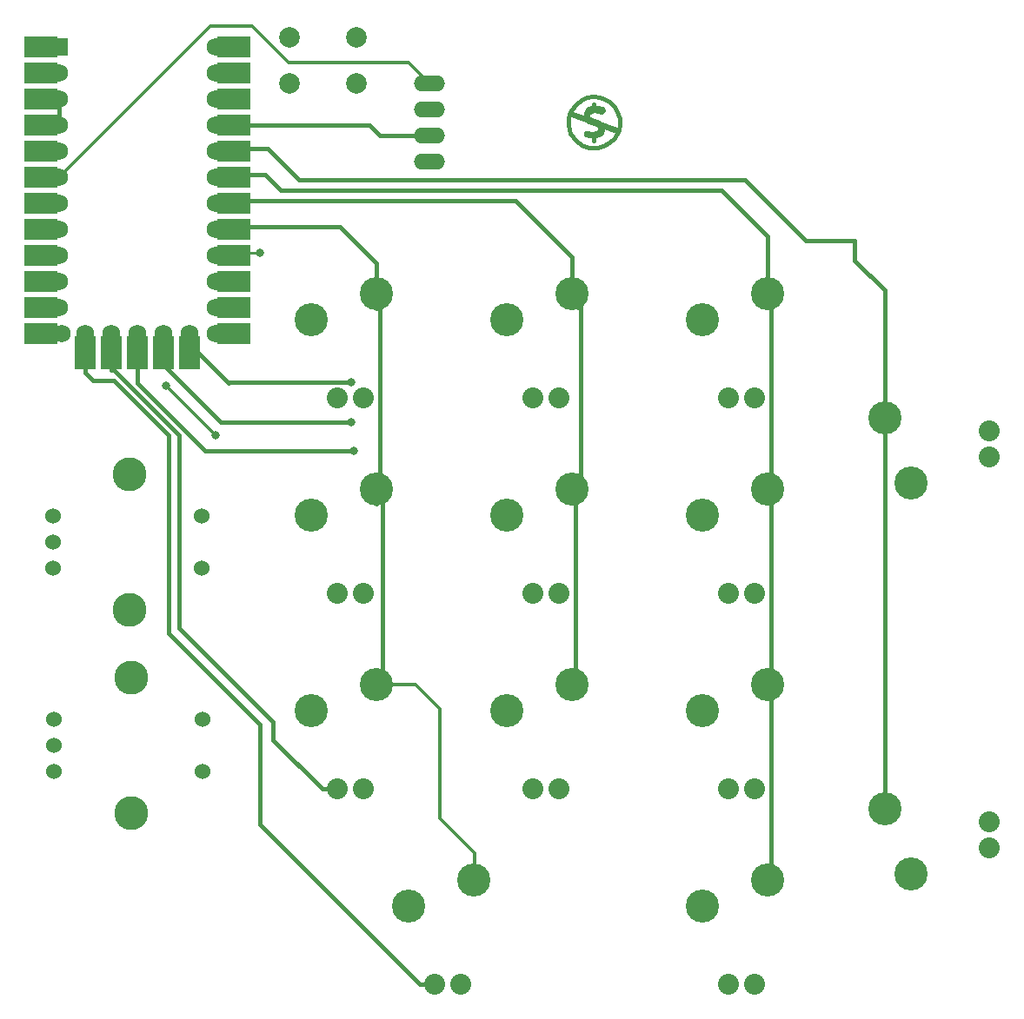
<source format=gtl>
G04 #@! TF.GenerationSoftware,KiCad,Pcbnew,(5.1.9)-1*
G04 #@! TF.CreationDate,2021-06-17T16:50:29+01:00*
G04 #@! TF.ProjectId,AutoPilot,4175746f-5069-46c6-9f74-2e6b69636164,0.3*
G04 #@! TF.SameCoordinates,Original*
G04 #@! TF.FileFunction,Copper,L1,Top*
G04 #@! TF.FilePolarity,Positive*
%FSLAX46Y46*%
G04 Gerber Fmt 4.6, Leading zero omitted, Abs format (unit mm)*
G04 Created by KiCad (PCBNEW (5.1.9)-1) date 2021-06-17 16:50:29*
%MOMM*%
%LPD*%
G01*
G04 APERTURE LIST*
G04 #@! TA.AperFunction,EtchedComponent*
%ADD10C,0.381000*%
G04 #@! TD*
G04 #@! TA.AperFunction,ComponentPad*
%ADD11C,1.524000*%
G04 #@! TD*
G04 #@! TA.AperFunction,ComponentPad*
%ADD12C,3.302000*%
G04 #@! TD*
G04 #@! TA.AperFunction,ComponentPad*
%ADD13C,2.032000*%
G04 #@! TD*
G04 #@! TA.AperFunction,ComponentPad*
%ADD14C,3.225800*%
G04 #@! TD*
G04 #@! TA.AperFunction,SMDPad,CuDef*
%ADD15R,2.000000X3.250000*%
G04 #@! TD*
G04 #@! TA.AperFunction,SMDPad,CuDef*
%ADD16R,3.250000X2.000000*%
G04 #@! TD*
G04 #@! TA.AperFunction,ComponentPad*
%ADD17C,1.752600*%
G04 #@! TD*
G04 #@! TA.AperFunction,ComponentPad*
%ADD18R,1.752600X1.752600*%
G04 #@! TD*
G04 #@! TA.AperFunction,ComponentPad*
%ADD19C,2.000000*%
G04 #@! TD*
G04 #@! TA.AperFunction,ComponentPad*
%ADD20O,3.048000X1.524000*%
G04 #@! TD*
G04 #@! TA.AperFunction,ViaPad*
%ADD21C,0.800000*%
G04 #@! TD*
G04 #@! TA.AperFunction,Conductor*
%ADD22C,0.406400*%
G04 #@! TD*
G04 #@! TA.AperFunction,Conductor*
%ADD23C,0.254000*%
G04 #@! TD*
G04 #@! TA.AperFunction,Conductor*
%ADD24C,0.304800*%
G04 #@! TD*
G04 APERTURE END LIST*
D10*
X132842000Y-65562480D02*
X132842000Y-66062860D01*
X132842000Y-66062860D02*
X132842000Y-65961260D01*
X132842000Y-62760860D02*
X132842000Y-62461140D01*
X130441700Y-63461900D02*
X135041640Y-65161160D01*
X130540760Y-63362840D02*
X135242300Y-65062100D01*
X133741160Y-63063120D02*
X133642100Y-62961520D01*
X133642100Y-62961520D02*
X133240780Y-62862460D01*
X133240780Y-62862460D02*
X132542280Y-62862460D01*
X132542280Y-62862460D02*
X132341620Y-62961520D01*
X132341620Y-62961520D02*
X132140960Y-63162180D01*
X132140960Y-63162180D02*
X132041900Y-63362840D01*
X132041900Y-63362840D02*
X132041900Y-63662560D01*
X132041900Y-63662560D02*
X132140960Y-63962280D01*
X132140960Y-63962280D02*
X132341620Y-64162940D01*
X132341620Y-64162940D02*
X133141720Y-64462660D01*
X133141720Y-64462660D02*
X133441440Y-64660780D01*
X133441440Y-64660780D02*
X133441440Y-65062100D01*
X133441440Y-65062100D02*
X133141720Y-65262760D01*
X133141720Y-65262760D02*
X132641340Y-65361820D01*
X132641340Y-65361820D02*
X132140960Y-65262760D01*
X132140960Y-65262760D02*
X132041900Y-65262760D01*
X132041900Y-65262760D02*
X132041900Y-65460880D01*
X132041900Y-65460880D02*
X132341620Y-65562480D01*
X132341620Y-65562480D02*
X133042660Y-65562480D01*
X133042660Y-65562480D02*
X133342380Y-65460880D01*
X133342380Y-65460880D02*
X133543040Y-65262760D01*
X133543040Y-65262760D02*
X133642100Y-65062100D01*
X133642100Y-65062100D02*
X133642100Y-64762380D01*
X133642100Y-64762380D02*
X133543040Y-64462660D01*
X133543040Y-64462660D02*
X133141720Y-64162940D01*
X133141720Y-64162940D02*
X132542280Y-64061340D01*
X132542280Y-64061340D02*
X132341620Y-63863220D01*
X132341620Y-63863220D02*
X132242560Y-63560960D01*
X132242560Y-63560960D02*
X132341620Y-63362840D01*
X132341620Y-63362840D02*
X132542280Y-63162180D01*
X132542280Y-63162180D02*
X132941060Y-63063120D01*
X132941060Y-63063120D02*
X133240780Y-63162180D01*
X133240780Y-63162180D02*
X133543040Y-63261240D01*
X133543040Y-63261240D02*
X133741160Y-63063120D01*
X132842000Y-61762640D02*
X132742940Y-61762640D01*
X132742940Y-61762640D02*
X132140960Y-61861700D01*
X132140960Y-61861700D02*
X131643120Y-62062360D01*
X131643120Y-62062360D02*
X131142740Y-62461140D01*
X131142740Y-62461140D02*
X130642360Y-63063120D01*
X130642360Y-63063120D02*
X130441700Y-63461900D01*
X130441700Y-63461900D02*
X130342640Y-63962280D01*
X130342640Y-63962280D02*
X130342640Y-64561720D01*
X130342640Y-64561720D02*
X130540760Y-65361820D01*
X130540760Y-65361820D02*
X131142740Y-66062860D01*
X131142740Y-66062860D02*
X131643120Y-66461640D01*
X131643120Y-66461640D02*
X132341620Y-66761360D01*
X132341620Y-66761360D02*
X133141720Y-66761360D01*
X133141720Y-66761360D02*
X133741160Y-66563240D01*
X133741160Y-66563240D02*
X134343140Y-66260980D01*
X134343140Y-66260980D02*
X134840980Y-65763140D01*
X134840980Y-65763140D02*
X135242300Y-65062100D01*
X135242300Y-65062100D02*
X135341360Y-64462660D01*
X135341360Y-64462660D02*
X135341360Y-63863220D01*
X135341360Y-63863220D02*
X135143240Y-63261240D01*
X135143240Y-63261240D02*
X134840980Y-62760860D01*
X134840980Y-62760860D02*
X134343140Y-62263020D01*
X134343140Y-62263020D02*
X133842760Y-61960760D01*
X133842760Y-61960760D02*
X133441440Y-61861700D01*
X133441440Y-61861700D02*
X132842000Y-61762640D01*
D11*
X80137000Y-102616000D03*
X80137000Y-107696000D03*
X94615000Y-102616000D03*
D12*
X87630000Y-98552000D03*
X87630000Y-111760000D03*
D11*
X94615000Y-107696000D03*
X80137000Y-105156000D03*
D13*
X171323000Y-96837500D03*
X171323000Y-94297500D03*
D14*
X163703000Y-99377500D03*
X161163000Y-93027500D03*
D13*
X171323000Y-134937500D03*
X171323000Y-132397500D03*
D14*
X163703000Y-137477500D03*
X161163000Y-131127500D03*
X121158000Y-138112500D03*
X114808000Y-140652500D03*
D13*
X119888000Y-148272500D03*
X117348000Y-148272500D03*
D15*
X93472000Y-86741000D03*
X90932000Y-86741000D03*
X88392000Y-86741000D03*
X85852000Y-86741000D03*
X83312000Y-86741000D03*
D16*
X97790000Y-56896000D03*
X97790000Y-59436000D03*
X97790000Y-61976000D03*
X97790000Y-64516000D03*
X97790000Y-67056000D03*
X97790000Y-69596000D03*
X97790000Y-72136000D03*
X97790000Y-74676000D03*
X97790000Y-77216000D03*
X97790000Y-79756000D03*
X97790000Y-82296000D03*
X97790000Y-84836000D03*
X78994000Y-84836000D03*
X78994000Y-82296000D03*
X78994000Y-79756000D03*
X78994000Y-77216000D03*
X78994000Y-74676000D03*
X78994000Y-72136000D03*
X78994000Y-69596000D03*
X78994000Y-67056000D03*
X78994000Y-64516000D03*
X78994000Y-61976000D03*
X78994000Y-59436000D03*
X78994000Y-56896000D03*
D17*
X83312000Y-84836000D03*
X85852000Y-84836000D03*
X88392000Y-84836000D03*
X90932000Y-84836000D03*
X93472000Y-84836000D03*
X96012000Y-56896000D03*
X81000600Y-84836000D03*
X96012000Y-59436000D03*
X96012000Y-61976000D03*
X96012000Y-64516000D03*
X96012000Y-67056000D03*
X96012000Y-69596000D03*
X96012000Y-72136000D03*
X96012000Y-74676000D03*
X96012000Y-77216000D03*
X96012000Y-79756000D03*
X96012000Y-82296000D03*
X96012000Y-84836000D03*
X80772000Y-82296000D03*
X80772000Y-79756000D03*
X80772000Y-77216000D03*
X80772000Y-74676000D03*
X80772000Y-72136000D03*
X80772000Y-69596000D03*
X80772000Y-67056000D03*
X80772000Y-64516000D03*
X80772000Y-61976000D03*
X80772000Y-59436000D03*
D18*
X80772000Y-56896000D03*
D14*
X111633000Y-100012500D03*
X105283000Y-102552500D03*
D13*
X110363000Y-110172500D03*
X107823000Y-110172500D03*
D19*
X103228000Y-60452000D03*
X103228000Y-55952000D03*
X109728000Y-60452000D03*
X109728000Y-55952000D03*
D20*
X116840000Y-68072000D03*
X116840000Y-65532000D03*
X116840000Y-62992000D03*
X116840000Y-60452000D03*
D14*
X149733000Y-138112500D03*
X143383000Y-140652500D03*
D13*
X148463000Y-148272500D03*
X145923000Y-148272500D03*
D14*
X130683000Y-80962500D03*
X124333000Y-83502500D03*
D13*
X129413000Y-91122500D03*
X126873000Y-91122500D03*
D11*
X80251300Y-122428000D03*
X80251300Y-127508000D03*
X94729300Y-122428000D03*
D12*
X87744300Y-118364000D03*
X87744300Y-131572000D03*
D11*
X94729300Y-127508000D03*
X80251300Y-124968000D03*
D14*
X149733000Y-80962500D03*
X143383000Y-83502500D03*
D13*
X148463000Y-91122500D03*
X145923000Y-91122500D03*
D14*
X130683000Y-100012500D03*
X124333000Y-102552500D03*
D13*
X129413000Y-110172500D03*
X126873000Y-110172500D03*
D14*
X149733000Y-100012500D03*
X143383000Y-102552500D03*
D13*
X148463000Y-110172500D03*
X145923000Y-110172500D03*
D14*
X111633000Y-119062500D03*
X105283000Y-121602500D03*
D13*
X110363000Y-129222500D03*
X107823000Y-129222500D03*
D14*
X130683000Y-119062500D03*
X124333000Y-121602500D03*
D13*
X129413000Y-129222500D03*
X126873000Y-129222500D03*
D14*
X149733000Y-119062500D03*
X143383000Y-121602500D03*
D13*
X148463000Y-129222500D03*
X145923000Y-129222500D03*
D14*
X111633000Y-80962500D03*
X105283000Y-83502500D03*
D13*
X110363000Y-91122500D03*
X107823000Y-91122500D03*
D21*
X109220000Y-89630200D03*
X109220000Y-93472000D03*
X79248000Y-80010000D03*
X79248000Y-77216000D03*
X109474000Y-96266000D03*
X100330000Y-76962000D03*
X96012000Y-94742000D03*
X91186000Y-89916000D03*
X79248000Y-74676000D03*
X78740000Y-72136000D03*
D22*
X80772000Y-61976000D02*
X80772000Y-64516000D01*
X80772000Y-61976000D02*
X78994000Y-61976000D01*
X78994000Y-64516000D02*
X80772000Y-64516000D01*
X96012000Y-59436000D02*
X97790000Y-59436000D01*
X116840000Y-65532000D02*
X112014000Y-65532000D01*
X110998000Y-64516000D02*
X96012000Y-64516000D01*
X112014000Y-65532000D02*
X110998000Y-64516000D01*
X80772000Y-56896000D02*
X78994000Y-56896000D01*
X80772000Y-59436000D02*
X78994000Y-59436000D01*
X96012000Y-56896000D02*
X97790000Y-56896000D01*
X93472000Y-84582000D02*
X93472000Y-86487000D01*
X93472000Y-84582000D02*
X93472000Y-85852000D01*
X93472000Y-85852000D02*
X96774000Y-89154000D01*
X96774000Y-89154000D02*
X97028000Y-89408000D01*
X97028000Y-89408000D02*
X97282000Y-89662000D01*
X97313800Y-89630200D02*
X109220000Y-89630200D01*
X97282000Y-89662000D02*
X97313800Y-89630200D01*
X96520000Y-93472000D02*
X109220000Y-93472000D01*
X90932000Y-86487000D02*
X90932000Y-87884000D01*
D23*
X90932000Y-84836000D02*
X90932000Y-86741000D01*
X90932000Y-87884000D02*
X91186000Y-88138000D01*
X90932000Y-86741000D02*
X90932000Y-87884000D01*
D22*
X91186000Y-88138000D02*
X96520000Y-93472000D01*
X93980000Y-115062000D02*
X94234000Y-115316000D01*
D23*
X85852000Y-84836000D02*
X85852000Y-88392000D01*
D22*
X85852000Y-86487000D02*
X85852000Y-88392000D01*
D23*
X85852000Y-84836000D02*
X85852000Y-86741000D01*
D22*
X106386160Y-129222500D02*
X107823000Y-129222500D01*
X101600000Y-124436340D02*
X106386160Y-129222500D01*
X101600000Y-122682000D02*
X101600000Y-124436340D01*
X92456000Y-113538000D02*
X101600000Y-122682000D01*
X92456000Y-94742000D02*
X92456000Y-113538000D01*
X86106000Y-88392000D02*
X92456000Y-94742000D01*
X85852000Y-88392000D02*
X86106000Y-88392000D01*
X88392000Y-86487000D02*
X88392000Y-89662000D01*
X94996000Y-96266000D02*
X109474000Y-96266000D01*
X88392000Y-89662000D02*
X94996000Y-96266000D01*
X88392000Y-84836000D02*
X88392000Y-86741000D01*
X115911160Y-148272500D02*
X117348000Y-148272500D01*
X100330000Y-122936000D02*
X100330000Y-132691340D01*
X91440000Y-114046000D02*
X100330000Y-122936000D01*
X100330000Y-132691340D02*
X115911160Y-148272500D01*
X91440000Y-94742000D02*
X91440000Y-114046000D01*
X84074000Y-89408000D02*
X86106000Y-89408000D01*
X86106000Y-89408000D02*
X91440000Y-94742000D01*
X83312000Y-88646000D02*
X84074000Y-89408000D01*
X83312000Y-86741000D02*
X83312000Y-88646000D01*
X83312000Y-84836000D02*
X83312000Y-86741000D01*
D23*
X98044000Y-76962000D02*
X97790000Y-77216000D01*
X100330000Y-76962000D02*
X98044000Y-76962000D01*
X97790000Y-84582000D02*
X97790000Y-85344000D01*
D22*
X96012000Y-84582000D02*
X97790000Y-84582000D01*
X98044000Y-84582000D02*
X97790000Y-84582000D01*
X97790000Y-84582000D02*
X98552000Y-84582000D01*
D23*
X96012000Y-94742000D02*
X91186000Y-89916000D01*
D22*
X80772000Y-82296000D02*
X78994000Y-82296000D01*
X81000600Y-84836000D02*
X78994000Y-84836000D01*
X80772000Y-69596000D02*
X78994000Y-69596000D01*
D24*
X95504000Y-54864000D02*
X80772000Y-69596000D01*
X99568000Y-54864000D02*
X95504000Y-54864000D01*
X103124000Y-58420000D02*
X99568000Y-54864000D01*
X114808000Y-58420000D02*
X103124000Y-58420000D01*
X116840000Y-60452000D02*
X114808000Y-58420000D01*
D23*
X111709100Y-100012600D02*
X111709100Y-100279100D01*
D24*
X111709100Y-119062600D02*
X115506600Y-119062600D01*
X115506600Y-119062600D02*
X117856000Y-121412000D01*
X117856000Y-121412000D02*
X117856000Y-132080000D01*
X121234100Y-135458100D02*
X121234100Y-138112600D01*
X117856000Y-132080000D02*
X121234100Y-135458100D01*
D22*
X111683000Y-80989000D02*
X111683000Y-80949000D01*
X111683000Y-80989000D02*
X111683000Y-78028000D01*
X108077000Y-74422000D02*
X96012000Y-74422000D01*
X111683000Y-78028000D02*
X108077000Y-74422000D01*
X111633000Y-101473000D02*
X111633000Y-100012500D01*
X111696500Y-100012500D02*
X111633000Y-100012500D01*
X111633000Y-100012500D02*
X111633000Y-100711000D01*
X111633000Y-100711000D02*
X112268000Y-101346000D01*
X112268000Y-118427500D02*
X111633000Y-119062500D01*
X112268000Y-101346000D02*
X112268000Y-118427500D01*
X111633000Y-81661000D02*
X111633000Y-80962500D01*
X111633000Y-80962500D02*
X111633000Y-82423000D01*
X111633000Y-81915000D02*
X111633000Y-80962500D01*
X111633000Y-80962500D02*
X111633000Y-82169000D01*
X111633000Y-82169000D02*
X112014000Y-82550000D01*
X112014000Y-99631500D02*
X111633000Y-100012500D01*
X112014000Y-82550000D02*
X112014000Y-99631500D01*
X96012000Y-74676000D02*
X97790000Y-74676000D01*
X130018000Y-80264000D02*
X130723000Y-80969000D01*
X130723000Y-80969000D02*
X130723000Y-77383000D01*
X130723000Y-77383000D02*
X125222000Y-71882000D01*
X125222000Y-71882000D02*
X97790000Y-71882000D01*
X97790000Y-71882000D02*
X96012000Y-71882000D01*
D24*
X130824601Y-99947099D02*
X130759100Y-100012600D01*
X131064000Y-118757700D02*
X130759100Y-119062600D01*
D22*
X130683000Y-80962500D02*
X130683000Y-81661000D01*
X130683000Y-81661000D02*
X131318000Y-82296000D01*
X131318000Y-99377500D02*
X130683000Y-100012500D01*
X131064000Y-100393500D02*
X131064000Y-118681500D01*
X131064000Y-118681500D02*
X130683000Y-119062500D01*
X130683000Y-100012500D02*
X131064000Y-100393500D01*
X131572000Y-99123500D02*
X130683000Y-100012500D01*
X131572000Y-82296000D02*
X131572000Y-99123500D01*
X130683000Y-81407000D02*
X131572000Y-82296000D01*
X130683000Y-80962500D02*
X130683000Y-81407000D01*
X149788000Y-75366000D02*
X149788000Y-80954000D01*
X145288000Y-70866000D02*
X149788000Y-75366000D01*
X102362000Y-70866000D02*
X145288000Y-70866000D01*
X100838000Y-69342000D02*
X102362000Y-70866000D01*
X96012000Y-69342000D02*
X100838000Y-69342000D01*
X149885401Y-99860099D02*
X149733000Y-100012500D01*
X149733000Y-100012500D02*
X149733000Y-100965000D01*
X149733000Y-100965000D02*
X150114000Y-101346000D01*
X150114000Y-118681500D02*
X149733000Y-119062500D01*
X150114000Y-101346000D02*
X150114000Y-118681500D01*
X149733000Y-119062500D02*
X149733000Y-119507000D01*
X149733000Y-119507000D02*
X150114000Y-119888000D01*
X150114000Y-137731500D02*
X149733000Y-138112500D01*
X150114000Y-119888000D02*
X150114000Y-137731500D01*
X150114000Y-81343500D02*
X149733000Y-80962500D01*
X150114000Y-99631500D02*
X150114000Y-81343500D01*
X149733000Y-100012500D02*
X150114000Y-99631500D01*
X96012000Y-69596000D02*
X97790000Y-69596000D01*
X96012000Y-61976000D02*
X97790000Y-61976000D01*
X161163000Y-80645000D02*
X161163000Y-93027500D01*
X158242000Y-77724000D02*
X161163000Y-80645000D01*
X158242000Y-75793600D02*
X158242000Y-77724000D01*
X147574000Y-69850000D02*
X153517600Y-75793600D01*
X153517600Y-75793600D02*
X158242000Y-75793600D01*
X104140000Y-69850000D02*
X147574000Y-69850000D01*
X101092000Y-66802000D02*
X104140000Y-69850000D01*
X97790000Y-66802000D02*
X101092000Y-66802000D01*
X161163000Y-93027500D02*
X161163000Y-131127500D01*
X97790000Y-67056000D02*
X96012000Y-67056000D01*
X96012000Y-79756000D02*
X97790000Y-79756000D01*
X96012000Y-82296000D02*
X97790000Y-82296000D01*
M02*

</source>
